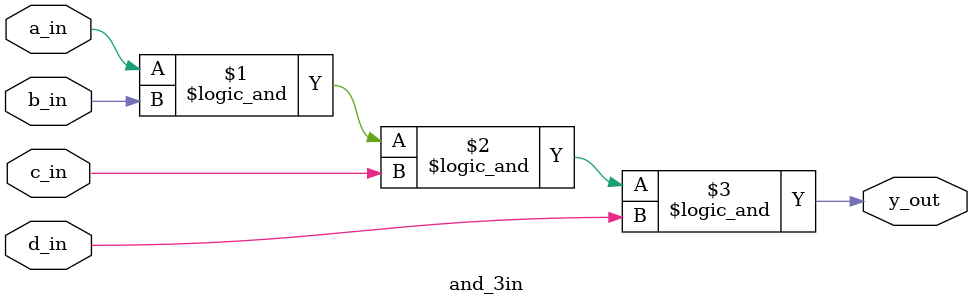
<source format=v>
`timescale 1ns / 1ps


module and_3in(
    input a_in,
    input b_in,
    input c_in,
    input d_in,
    output y_out
    );
    assign y_out=((a_in && b_in) && c_in)&&d_in;
endmodule

</source>
